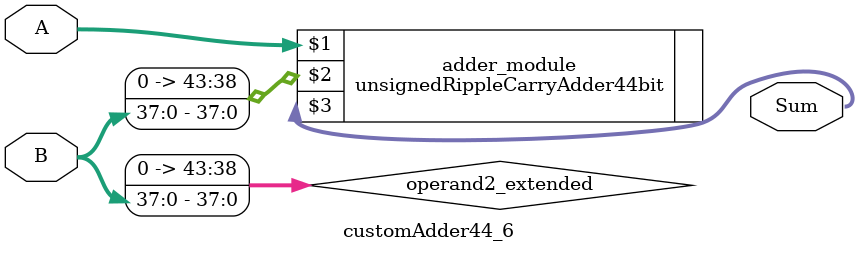
<source format=v>
module customAdder44_6(
                        input [43 : 0] A,
                        input [37 : 0] B,
                        
                        output [44 : 0] Sum
                );

        wire [43 : 0] operand2_extended;
        
        assign operand2_extended =  {6'b0, B};
        
        unsignedRippleCarryAdder44bit adder_module(
            A,
            operand2_extended,
            Sum
        );
        
        endmodule
        
</source>
